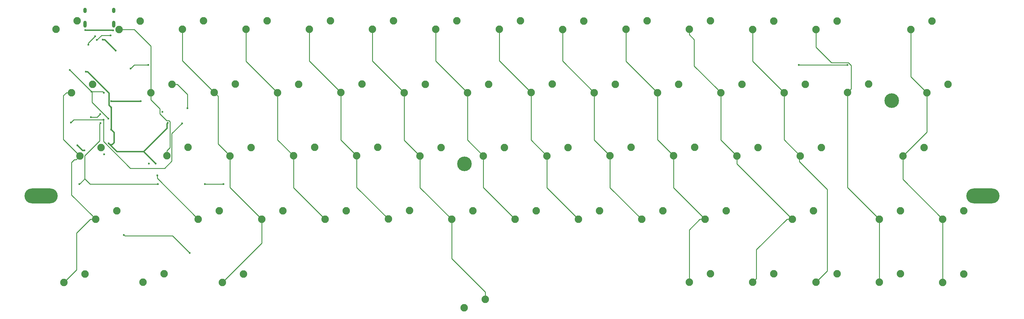
<source format=gbr>
G04 #@! TF.GenerationSoftware,KiCad,Pcbnew,(5.1.4)-1*
G04 #@! TF.CreationDate,2021-06-13T19:42:07-07:00*
G04 #@! TF.ProjectId,Build,4275696c-642e-46b6-9963-61645f706362,rev?*
G04 #@! TF.SameCoordinates,Original*
G04 #@! TF.FileFunction,Copper,L1,Top*
G04 #@! TF.FilePolarity,Positive*
%FSLAX46Y46*%
G04 Gerber Fmt 4.6, Leading zero omitted, Abs format (unit mm)*
G04 Created by KiCad (PCBNEW (5.1.4)-1) date 2021-06-13 19:42:07*
%MOMM*%
%LPD*%
G04 APERTURE LIST*
%ADD10O,10.000000X4.500000*%
%ADD11C,4.400000*%
%ADD12C,2.250000*%
%ADD13O,1.000000X2.100000*%
%ADD14O,1.000000X1.600000*%
%ADD15C,0.600000*%
%ADD16C,0.381000*%
%ADD17C,0.254000*%
G04 APERTURE END LIST*
D10*
X299339000Y-73279000D03*
X16002000Y-73279000D03*
D11*
X271907000Y-44577000D03*
D12*
X38795960Y-77726540D03*
X32445960Y-80266540D03*
D11*
X143383000Y-63627000D03*
D12*
X55420260Y-39613840D03*
X49070260Y-42153840D03*
X281607260Y-58676540D03*
X275257260Y-61216540D03*
X31556960Y-39626540D03*
X25206960Y-42166540D03*
X88757760Y-77726540D03*
X82407760Y-80266540D03*
X284032960Y-20576540D03*
X277682960Y-23116540D03*
X34036000Y-58674000D03*
X27686000Y-61214000D03*
D13*
X29233400Y-21524700D03*
X37873400Y-21524700D03*
D14*
X29233400Y-17344700D03*
X37873400Y-17344700D03*
D12*
X69656960Y-77726540D03*
X63306960Y-80266540D03*
X150644860Y-39613840D03*
X144294860Y-42153840D03*
X53032660Y-96738440D03*
X46682660Y-99278440D03*
X74470260Y-39575740D03*
X68120260Y-42115740D03*
X126832360Y-77675740D03*
X120482360Y-80215740D03*
X274495260Y-77751940D03*
X268145260Y-80291940D03*
X169745660Y-39588440D03*
X163395660Y-42128440D03*
X131632960Y-39639240D03*
X125282960Y-42179240D03*
X143256000Y-106934000D03*
X149606000Y-104394000D03*
X79181960Y-58676540D03*
X72831960Y-61216540D03*
X248345960Y-77726540D03*
X241995960Y-80266540D03*
X293557960Y-96776540D03*
X287207960Y-99316540D03*
X217332560Y-96738440D03*
X210982560Y-99278440D03*
X112570260Y-39575740D03*
X106220260Y-42115740D03*
X226857560Y-39613840D03*
X220507560Y-42153840D03*
X207769460Y-39613840D03*
X201419460Y-42153840D03*
X164970460Y-77713840D03*
X158620460Y-80253840D03*
X184020460Y-77739240D03*
X177670460Y-80279240D03*
X255457960Y-96738440D03*
X249107960Y-99278440D03*
X212595460Y-58651140D03*
X206245460Y-61191140D03*
X193532760Y-58651140D03*
X187182760Y-61191140D03*
X174508160Y-58676540D03*
X168158160Y-61216540D03*
X188772800Y-39629080D03*
X182422800Y-42169080D03*
X155432760Y-58676540D03*
X149082760Y-61216540D03*
X136370060Y-58676540D03*
X130020060Y-61216540D03*
X236420660Y-96725740D03*
X230070660Y-99265740D03*
X117332760Y-58638440D03*
X110982760Y-61178440D03*
X26870660Y-20551140D03*
X20520660Y-23091140D03*
X93520260Y-39639240D03*
X87170260Y-42179240D03*
X274507960Y-96725740D03*
X268157960Y-99265740D03*
X98295460Y-58638440D03*
X91945460Y-61178440D03*
X29270960Y-96776540D03*
X22920960Y-99316540D03*
X107769660Y-77713840D03*
X101419660Y-80253840D03*
X145882360Y-77739240D03*
X139532360Y-80279240D03*
X76895960Y-96776540D03*
X70545960Y-99316540D03*
X60220860Y-58651140D03*
X53870860Y-61191140D03*
X264919460Y-39563040D03*
X258569460Y-42103040D03*
X288798000Y-39624000D03*
X282448000Y-42164000D03*
X245894860Y-39639240D03*
X239544860Y-42179240D03*
X255445260Y-20563840D03*
X249095260Y-23103840D03*
X231708960Y-58740040D03*
X225358960Y-61280040D03*
X293557960Y-77724000D03*
X287207960Y-80264000D03*
X236407960Y-20576540D03*
X230057960Y-23116540D03*
X250758960Y-58676540D03*
X244408960Y-61216540D03*
X198318120Y-20520660D03*
X191968120Y-23060660D03*
X179230020Y-20566380D03*
X172880020Y-23106380D03*
X160195260Y-20525740D03*
X153845260Y-23065740D03*
X141119860Y-20538440D03*
X134769860Y-23078440D03*
X122057160Y-20500340D03*
X115707160Y-23040340D03*
X103045260Y-20525740D03*
X96695260Y-23065740D03*
X84013040Y-20546060D03*
X77663040Y-23086060D03*
X64907160Y-20551140D03*
X58557160Y-23091140D03*
X45869860Y-20589240D03*
X39519860Y-23129240D03*
X217357960Y-20551140D03*
X211007960Y-23091140D03*
X222120460Y-77790040D03*
X215770460Y-80330040D03*
X203019660Y-77713840D03*
X196669660Y-80253840D03*
D15*
X34544000Y-26162000D03*
X26924000Y-58039000D03*
X37731700Y-23373080D03*
X29311600Y-23301960D03*
X48470600Y-63566040D03*
X37117020Y-44767500D03*
X34958020Y-60724000D03*
X52484020Y-47945040D03*
X29083000Y-59563000D03*
X38481000Y-29461680D03*
X45974000Y-44704000D03*
X29464000Y-35814000D03*
X50520600Y-63566040D03*
X37094160Y-46570900D03*
X36355020Y-57470040D03*
X37117020Y-53279040D03*
X54135020Y-51211700D03*
X24638000Y-35306000D03*
X36228020Y-49977040D03*
X243967000Y-33781000D03*
X258572000Y-33782000D03*
X31178500Y-41846500D03*
X34925000Y-42164000D03*
X42926000Y-34925000D03*
X48260000Y-33781000D03*
X58420000Y-51435000D03*
X25019000Y-51181000D03*
X34831020Y-50358040D03*
X60071000Y-46863000D03*
X70866000Y-69723000D03*
X27559000Y-69723000D03*
X33909000Y-51308000D03*
X51181000Y-69723000D03*
X65278000Y-69723000D03*
X60706000Y-90424000D03*
X40928599Y-84997599D03*
X36957000Y-24892000D03*
X32834400Y-26289000D03*
X50993349Y-67122349D03*
X30988000Y-49530000D03*
X33782000Y-48641000D03*
X30226000Y-27686000D03*
X32258000Y-25146000D03*
D16*
X37660580Y-23301960D02*
X37731700Y-23373080D01*
X29311600Y-23301960D02*
X37660580Y-23301960D01*
X28448000Y-59563000D02*
X26924000Y-58039000D01*
X29083000Y-59563000D02*
X28448000Y-59563000D01*
X35181320Y-26162000D02*
X38481000Y-29461680D01*
X34544000Y-26162000D02*
X35181320Y-26162000D01*
X45910500Y-44767500D02*
X45974000Y-44704000D01*
X37117020Y-44767500D02*
X45910500Y-44767500D01*
X37350939Y-57770039D02*
X36655019Y-57770039D01*
X37958041Y-57162937D02*
X37350939Y-57770039D01*
X37958041Y-54120061D02*
X37958041Y-57162937D01*
X37117020Y-53279040D02*
X37958041Y-54120061D01*
X37117020Y-46593760D02*
X37094160Y-46570900D01*
X37117020Y-53279040D02*
X37117020Y-46593760D01*
X36655019Y-57770039D02*
X36355020Y-57470040D01*
X38768020Y-59883040D02*
X36655019Y-57770039D01*
X46837600Y-59883040D02*
X38768020Y-59883040D01*
X50520600Y-63566040D02*
X46837600Y-59883040D01*
X53835021Y-52885619D02*
X46837600Y-59883040D01*
X53835021Y-51511699D02*
X53835021Y-52885619D01*
X54135020Y-51211700D02*
X53835021Y-51511699D01*
X36794161Y-46270901D02*
X37094160Y-46570900D01*
X36423319Y-45900059D02*
X36794161Y-46270901D01*
X36423319Y-42245221D02*
X36423319Y-45900059D01*
X29992098Y-35814000D02*
X36423319Y-42245221D01*
X29464000Y-35814000D02*
X29992098Y-35814000D01*
D17*
X35928021Y-49677041D02*
X36228020Y-49977040D01*
X31341061Y-45090081D02*
X35928021Y-49677041D01*
X31341061Y-42009061D02*
X31341061Y-42699939D01*
X24638000Y-35306000D02*
X31178500Y-41846500D01*
X258571000Y-33781000D02*
X258572000Y-33782000D01*
X243967000Y-33781000D02*
X258571000Y-33781000D01*
X31178500Y-41846500D02*
X31341061Y-42009061D01*
X31341061Y-42699939D02*
X31341061Y-45090081D01*
X34607500Y-41846500D02*
X34925000Y-42164000D01*
X44070000Y-33781000D02*
X48260000Y-33781000D01*
X42926000Y-34925000D02*
X44070000Y-33781000D01*
X31178500Y-41846500D02*
X34607500Y-41846500D01*
X25841960Y-50358040D02*
X34831020Y-50358040D01*
X25019000Y-51181000D02*
X25841960Y-50358040D01*
X34831020Y-50782304D02*
X34831020Y-50358040D01*
X34831020Y-56878738D02*
X34831020Y-50782304D01*
X53179357Y-64936341D02*
X42888623Y-64936341D01*
X55356759Y-62758939D02*
X53179357Y-64936341D01*
X55356759Y-54498241D02*
X55356759Y-62758939D01*
X42888623Y-64936341D02*
X34831020Y-56878738D01*
X58420000Y-51435000D02*
X55356759Y-54498241D01*
X60071000Y-46438736D02*
X60071000Y-46863000D01*
X60071000Y-42673590D02*
X60071000Y-46438736D01*
X57011250Y-39613840D02*
X60071000Y-42673590D01*
X55420260Y-39613840D02*
X57011250Y-39613840D01*
X27858999Y-69423001D02*
X27559000Y-69723000D01*
X29171899Y-68110101D02*
X27858999Y-69423001D01*
X29171899Y-61125101D02*
X29171899Y-68110101D01*
X33609001Y-56687999D02*
X29171899Y-61125101D01*
X33909000Y-51308000D02*
X33609001Y-51607999D01*
X33609001Y-51607999D02*
X33609001Y-56687999D01*
X30784798Y-69723000D02*
X29171899Y-68110101D01*
X51181000Y-69723000D02*
X30784798Y-69723000D01*
X65278000Y-69723000D02*
X70866000Y-69723000D01*
X60406001Y-90124001D02*
X60706000Y-90424000D01*
X55579598Y-85297598D02*
X60406001Y-90124001D01*
X41228598Y-85297598D02*
X55579598Y-85297598D01*
X40928599Y-84997599D02*
X41228598Y-85297598D01*
X34231400Y-24892000D02*
X32834400Y-26289000D01*
X36957000Y-24892000D02*
X34231400Y-24892000D01*
X187182760Y-70766940D02*
X196669660Y-80253840D01*
X187182760Y-61191140D02*
X187182760Y-70766940D01*
X182422800Y-56431180D02*
X187182760Y-61191140D01*
X182422800Y-42169080D02*
X182422800Y-56431180D01*
X172880020Y-32626300D02*
X182422800Y-42169080D01*
X172880020Y-23106380D02*
X172880020Y-32626300D01*
X210982560Y-97687450D02*
X210982560Y-99278440D01*
X210982560Y-83526950D02*
X210982560Y-97687450D01*
X214179470Y-80330040D02*
X210982560Y-83526950D01*
X215770460Y-80330040D02*
X214179470Y-80330040D01*
X206245460Y-70805040D02*
X215770460Y-80330040D01*
X206245460Y-61191140D02*
X206245460Y-70805040D01*
X201419460Y-56365140D02*
X206245460Y-61191140D01*
X201419460Y-42153840D02*
X201419460Y-56365140D01*
X191968120Y-32702500D02*
X201419460Y-42153840D01*
X191968120Y-23060660D02*
X191968120Y-32702500D01*
X240404970Y-80266540D02*
X241995960Y-80266540D01*
X231195659Y-89475851D02*
X240404970Y-80266540D01*
X230070660Y-99265740D02*
X231195659Y-98140741D01*
X231195659Y-98140741D02*
X231195659Y-89475851D01*
X225358960Y-63629540D02*
X241995960Y-80266540D01*
X225358960Y-61280040D02*
X225358960Y-63629540D01*
X220507560Y-56428640D02*
X225358960Y-61280040D01*
X220507560Y-42153840D02*
X220507560Y-56428640D01*
X219382561Y-41028841D02*
X220507560Y-42153840D01*
X212493859Y-34140139D02*
X219382561Y-41028841D01*
X212493859Y-26168029D02*
X212493859Y-34140139D01*
X211007960Y-24682130D02*
X212493859Y-26168029D01*
X211007960Y-23091140D02*
X211007960Y-24682130D01*
X50993349Y-67952929D02*
X63306960Y-80266540D01*
X50993349Y-67122349D02*
X50993349Y-67952929D01*
X49070260Y-28113338D02*
X49070260Y-42153840D01*
X39519860Y-23129240D02*
X44086162Y-23129240D01*
X44086162Y-23129240D02*
X49070260Y-28113338D01*
X54765221Y-58705789D02*
X53870860Y-59600150D01*
X54765221Y-50909203D02*
X54765221Y-58705789D01*
X54437517Y-50581499D02*
X54765221Y-50909203D01*
X53832523Y-50581499D02*
X54437517Y-50581499D01*
X51764691Y-48513667D02*
X53832523Y-50581499D01*
X53870860Y-59600150D02*
X53870860Y-61191140D01*
X51764691Y-47017941D02*
X51764691Y-48513667D01*
X49070260Y-44323510D02*
X51764691Y-47017941D01*
X49070260Y-42153840D02*
X49070260Y-44323510D01*
X82407760Y-87454740D02*
X82407760Y-80266540D01*
X70545960Y-99316540D02*
X82407760Y-87454740D01*
X72831960Y-70690740D02*
X72831960Y-61216540D01*
X82407760Y-80266540D02*
X72831960Y-70690740D01*
X71706961Y-60091541D02*
X72831960Y-61216540D01*
X69245259Y-57629839D02*
X71706961Y-60091541D01*
X69245259Y-43240739D02*
X69245259Y-57629839D01*
X68120260Y-42115740D02*
X69245259Y-43240739D01*
X58557160Y-32552640D02*
X68120260Y-42115740D01*
X58557160Y-23091140D02*
X58557160Y-32552640D01*
X91945460Y-70779640D02*
X101419660Y-80253840D01*
X91945460Y-61178440D02*
X91945460Y-70779640D01*
X87170260Y-56403240D02*
X91945460Y-61178440D01*
X87170260Y-42179240D02*
X87170260Y-56403240D01*
X77663040Y-32672020D02*
X87170260Y-42179240D01*
X77663040Y-23086060D02*
X77663040Y-32672020D01*
X110982760Y-70716140D02*
X120482360Y-80215740D01*
X110982760Y-61178440D02*
X110982760Y-70716140D01*
X106220260Y-56415940D02*
X110982760Y-61178440D01*
X106220260Y-42115740D02*
X106220260Y-56415940D01*
X96695260Y-32590740D02*
X106220260Y-42115740D01*
X96695260Y-23065740D02*
X96695260Y-32590740D01*
X149606000Y-102803010D02*
X149606000Y-104394000D01*
X149606000Y-102224330D02*
X149606000Y-102803010D01*
X139532360Y-92150690D02*
X149606000Y-102224330D01*
X139532360Y-80279240D02*
X139532360Y-92150690D01*
X130020060Y-70766940D02*
X139532360Y-80279240D01*
X130020060Y-61216540D02*
X130020060Y-70766940D01*
X125282960Y-56479440D02*
X130020060Y-61216540D01*
X125282960Y-42179240D02*
X125282960Y-56479440D01*
X115707160Y-32603440D02*
X125282960Y-42179240D01*
X115707160Y-23040340D02*
X115707160Y-32603440D01*
X149082760Y-70716140D02*
X158620460Y-80253840D01*
X149082760Y-61216540D02*
X149082760Y-70716140D01*
X144294860Y-56428640D02*
X149082760Y-61216540D01*
X144294860Y-42153840D02*
X144294860Y-56428640D01*
X134769860Y-32628840D02*
X144294860Y-42153840D01*
X134769860Y-23078440D02*
X134769860Y-32628840D01*
X168158160Y-70766940D02*
X177670460Y-80279240D01*
X168158160Y-61216540D02*
X168158160Y-70766940D01*
X163395660Y-56454040D02*
X168158160Y-61216540D01*
X163395660Y-42128440D02*
X163395660Y-56454040D01*
X153845260Y-32578040D02*
X163395660Y-42128440D01*
X153845260Y-23065740D02*
X153845260Y-32578040D01*
X244094000Y-61531500D02*
X244408960Y-61216540D01*
X244094000Y-62927882D02*
X244094000Y-61531500D01*
X252476000Y-71309882D02*
X244094000Y-62927882D01*
X249107960Y-99278440D02*
X252476000Y-95910400D01*
X252476000Y-95910400D02*
X252476000Y-71309882D01*
X239544860Y-56352440D02*
X244408960Y-61216540D01*
X239544860Y-42179240D02*
X239544860Y-56352440D01*
X230057960Y-32692340D02*
X239544860Y-42179240D01*
X230057960Y-23116540D02*
X230057960Y-32692340D01*
X287207960Y-81844830D02*
X287207960Y-99316540D01*
X287207960Y-80253840D02*
X287207960Y-81844830D01*
X275257260Y-68303140D02*
X287207960Y-80253840D01*
X275257260Y-61216540D02*
X275257260Y-68303140D01*
X282448000Y-54025800D02*
X282448000Y-42164000D01*
X275257260Y-61216540D02*
X282448000Y-54025800D01*
X277682960Y-37398960D02*
X282448000Y-42164000D01*
X277682960Y-23116540D02*
X277682960Y-37398960D01*
X268157960Y-80304640D02*
X268145260Y-80291940D01*
X268157960Y-99265740D02*
X268157960Y-80304640D01*
X258569460Y-70716140D02*
X268145260Y-80291940D01*
X258569460Y-42103040D02*
X258569460Y-70716140D01*
X259694459Y-40978041D02*
X258569460Y-42103040D01*
X259694459Y-33971761D02*
X259694459Y-40978041D01*
X258874497Y-33151799D02*
X259694459Y-33971761D01*
X253750799Y-33151799D02*
X258874497Y-33151799D01*
X249095260Y-28496260D02*
X253750799Y-33151799D01*
X249095260Y-23103840D02*
X249095260Y-28496260D01*
X26561001Y-60089001D02*
X27686000Y-61214000D01*
X22731759Y-56259759D02*
X26561001Y-60089001D01*
X22731759Y-43050751D02*
X22731759Y-56259759D01*
X23615970Y-42166540D02*
X22731759Y-43050751D01*
X25206960Y-42166540D02*
X23615970Y-42166540D01*
X31320961Y-79141541D02*
X32445960Y-80266540D01*
X25210799Y-73031379D02*
X31320961Y-79141541D01*
X25210799Y-63175503D02*
X25210799Y-73031379D01*
X26047303Y-62338999D02*
X25210799Y-63175503D01*
X26561001Y-62338999D02*
X26047303Y-62338999D01*
X27686000Y-61214000D02*
X26561001Y-62338999D01*
X24045959Y-98191541D02*
X22920960Y-99316540D01*
X26673811Y-95563689D02*
X24045959Y-98191541D01*
X26673811Y-84447699D02*
X26673811Y-95563689D01*
X30854970Y-80266540D02*
X26673811Y-84447699D01*
X32445960Y-80266540D02*
X30854970Y-80266540D01*
X32893000Y-49530000D02*
X30988000Y-49530000D01*
X33782000Y-48641000D02*
X32893000Y-49530000D01*
X30226000Y-27178000D02*
X30226000Y-27686000D01*
X32258000Y-25146000D02*
X30226000Y-27178000D01*
M02*

</source>
